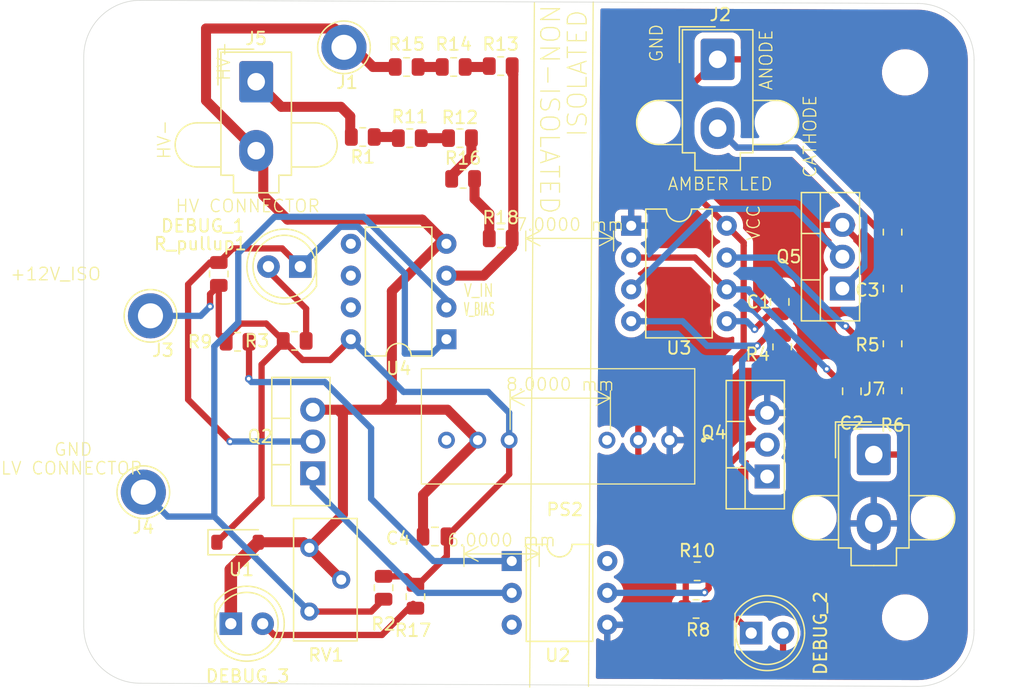
<source format=kicad_pcb>
(kicad_pcb (version 20241229) (generator "pcbnew") (generator_version "9.0")
  (layers (0 "F.Cu" signal) (2 "B.Cu" signal) (13 "F.Paste" user) (15 "B.Paste" user) (5 "F.SilkS" user "F.Silkscreen") (7 "B.SilkS" user "B.Silkscreen") (1 "F.Mask" user) (3 "B.Mask" user) (25 "Edge.Cuts" user))
  (net 0 "")
  (net 1 "12V_UNISO")
  (net 2 "HighVoltage-")
  (net 3 "Net-(DEBUG_1-K)")
  (net 4 "Net-(DEBUG_1-A)")
  (net 5 "Net-(DEBUG_2-K)")
  (net 6 "Net-(DEBUG_2-A)")
  (net 7 "Net-(DEBUG_3-A)")
  (net 8 "GND_ISO")
  (net 9 "12V_ISO")
  (net 12 "Net-(Q2-D)")
  (net 13 "V_BIAS")
  (net 14 "Net-(U3-THR)")
  (net 15 "Net-(U3-DIS)")
  (net 16 "Net-(Q5-G)")
  (net 17 "Net-(Q4-D)")
  (net 18 "Net-(U3-CV)")
  (net 19 "V_IN")
  (net 20 "Net-(J2-Pin_2)")
  (net 21 "Net-(R1-Pad2)")
  (net 22 "HighVoltage+")
  (net 23 "Net-(R9-Pad2)")
  (net 24 "Net-(R11-Pad1)")
  (net 25 "Net-(R13-Pad2)")
  (net 26 "Net-(R14-Pad1)")
  (net 29 "Net-(R12-Pad2)")
  (net 30 "Net-(R16-Pad2)")
  (footprint "TestPoint:TestPoint_Loop_D3.80mm_Drill2.0mm" (layer "F.Cu") (at 26.07 47.18)
    (property "Reference" "J3" (at 1 2.75 0) (layer "F.SilkS"))
    (property "Value" "12V TEST")
    (pad "1" thru_hole circle (at 0 0) (size 3.6 3.6) (drill 2) (layers "*.Cu" "*.Mask") (net 1 "12V_UNISO"))
  )
  (footprint "Resistor_SMD:R_0805_2012Metric" (layer "F.Cu") (at 85.25 40.5 -90)
    (property "Reference" "R7" (hide yes))
    (property "Value" "10k")
    (pad "1" smd roundrect (at -0.9125 0 270) (size 1.025 1.4) (layers "F.Cu" "F.Mask" "F.Paste") (roundrect_rratio 0.243902) (net 9 "12V_ISO"))
    (pad "2" smd roundrect (at 0.9125 0 270) (size 1.025 1.4) (layers "F.Cu" "F.Mask" "F.Paste") (roundrect_rratio 0.243902) (net 20 "Net-(J2-Pin_2)"))
  )
  (footprint "LED_THT:LED_D5.0mm" (layer "F.Cu") (at 38.02 43.25 180)
    (property "Reference" "DEBUG_1" (at 7.77 3.25 180) (layer "F.SilkS"))
    (property "Value" "LED")
    (pad "1" thru_hole rect (at 0 0 180) (size 1.8 1.8) (drill 0.9) (layers "*.Cu" "*.Mask") (net 3 "Net-(DEBUG_1-K)"))
    (pad "2" thru_hole circle (at 2.54 0 180) (size 1.8 1.8) (drill 0.9) (layers "*.Cu" "*.Mask") (net 4 "Net-(DEBUG_1-A)"))
  )
  (footprint "Package_TO_SOT_THT:TO-220-3_Vertical" (layer "F.Cu") (at 39.016847 59.75 90)
    (property "Reference" "Q2" (at 2.939152 -4.196847 180) (layer "F.SilkS"))
    (property "Value" "NMOS")
    (pad "1" thru_hole rect (at 0 0 90) (size 1.905 2) (drill 1.1) (layers "*.Cu" "*.Mask") (net 12 "Net-(Q2-D)"))
    (pad "2" thru_hole oval (at 2.54 0 90) (size 1.905 2) (drill 1.1) (layers "*.Cu" "*.Mask") (net 3 "Net-(DEBUG_1-K)"))
    (pad "3" thru_hole oval (at 5.08 0 90) (size 1.905 2) (drill 1.1) (layers "*.Cu" "*.Mask") (net 2 "HighVoltage-"))
  )
  (footprint "MountingHole:MountingHole_3.2mm_M3" (layer "F.Cu") (at 86.25 27.75)
    (property "Reference" "H2" (hide yes))
    (property "Value" "MountingHole" (hide yes))
    (pad "" np_thru_hole circle (at 0 0) (size 3.2 3.2) (drill 3.2) (layers "*.Cu" "*.Mask"))
  )
  (footprint "Resistor_SMD:R_0805_2012Metric" (layer "F.Cu") (at 54 41)
    (property "Reference" "R18" (at 0 -1.65 0) (layer "F.SilkS"))
    (property "Value" "540k")
    (pad "1" smd roundrect (at -0.9125 0) (size 1.025 1.4) (layers "F.Cu" "F.Mask" "F.Paste") (roundrect_rratio 0.243902) (net 30 "Net-(R16-Pad2)"))
    (pad "2" smd roundrect (at 0.9125 0) (size 1.025 1.4) (layers "F.Cu" "F.Mask" "F.Paste") (roundrect_rratio 0.243902) (net 19 "V_IN"))
  )
  (footprint "Resistor_SMD:R_0805_2012Metric" (layer "F.Cu") (at 44.66 68.8825 -90)
    (property "Reference" "R2" (at 2.8975 0 180) (layer "F.SilkS"))
    (property "Value" "11k")
    (pad "1" smd roundrect (at -0.9125 0 270) (size 1.025 1.4) (layers "F.Cu" "F.Mask" "F.Paste") (roundrect_rratio 0.243902) (net 1 "12V_UNISO"))
    (pad "2" smd roundrect (at 0.9125 0 270) (size 1.025 1.4) (layers "F.Cu" "F.Mask" "F.Paste") (roundrect_rratio 0.243902) (net 13 "V_BIAS"))
  )
  (footprint "Resistor_SMD:R_0805_2012Metric" (layer "F.Cu") (at 50.75 33)
    (property "Reference" "R12" (at 0 -1.65 0) (layer "F.SilkS"))
    (property "Value" "540k")
    (pad "1" smd roundrect (at -0.9125 0) (size 1.025 1.4) (layers "F.Cu" "F.Mask" "F.Paste") (roundrect_rratio 0.243902) (net 24 "Net-(R11-Pad1)"))
    (pad "2" smd roundrect (at 0.9125 0) (size 1.025 1.4) (layers "F.Cu" "F.Mask" "F.Paste") (roundrect_rratio 0.243902) (net 29 "Net-(R12-Pad2)"))
  )
  (footprint "Resistor_SMD:R_0805_2012Metric" (layer "F.Cu") (at 69.581847 70.57)
    (property "Reference" "R8" (at 0.168153 1.68 0) (layer "F.SilkS"))
    (property "Value" "20k")
    (pad "1" smd roundrect (at -0.9125 0) (size 1.025 1.4) (layers "F.Cu" "F.Mask" "F.Paste") (roundrect_rratio 0.243902) (net 9 "12V_ISO"))
    (pad "2" smd roundrect (at 0.9125 0) (size 1.025 1.4) (layers "F.Cu" "F.Mask" "F.Paste") (roundrect_rratio 0.243902) (net 6 "Net-(DEBUG_2-A)"))
  )
  (footprint "Resistor_SMD:R_0805_2012Metric" (layer "F.Cu") (at 54 27.25 180)
    (property "Reference" "R13" (at 0 1.75 0) (layer "F.SilkS"))
    (property "Value" "20k")
    (pad "1" smd roundrect (at -0.9125 0 180) (size 1.025 1.4) (layers "F.Cu" "F.Mask" "F.Paste") (roundrect_rratio 0.243902) (net 19 "V_IN"))
    (pad "2" smd roundrect (at 0.9125 0 180) (size 1.025 1.4) (layers "F.Cu" "F.Mask" "F.Paste") (roundrect_rratio 0.243902) (net 25 "Net-(R13-Pad2)"))
  )
  (footprint "Package_DIP:DIP-8_W7.62mm" (layer "F.Cu") (at 49.67 49.05 180)
    (property "Reference" "U4" (at 3.81 -2.33 180) (layer "F.SilkS"))
    (property "Value" "LM393N/NOPB")
    (pad "1" thru_hole rect (at 0 0 180) (size 1.6 1.6) (drill 0.8) (layers "*.Cu" "*.Mask") (net 3 "Net-(DEBUG_1-K)"))
    (pad "2" thru_hole oval (at 0 2.54 180) (size 1.6 1.6) (drill 0.8) (layers "*.Cu" "*.Mask") (net 13 "V_BIAS"))
    (pad "3" thru_hole oval (at 0 5.08 180) (size 1.6 1.6) (drill 0.8) (layers "*.Cu" "*.Mask") (net 19 "V_IN"))
    (pad "4" thru_hole oval (at 0 7.62 180) (size 1.6 1.6) (drill 0.8) (layers "*.Cu" "*.Mask") (net 2 "HighVoltage-"))
    (pad "5" thru_hole oval (at 7.62 7.62 180) (size 1.6 1.6) (drill 0.8) (layers "*.Cu" "*.Mask"))
    (pad "6" thru_hole oval (at 7.62 5.08 180) (size 1.6 1.6) (drill 0.8) (layers "*.Cu" "*.Mask"))
    (pad "7" thru_hole oval (at 7.62 2.54 180) (size 1.6 1.6) (drill 0.8) (layers "*.Cu" "*.Mask"))
    (pad "8" thru_hole oval (at 7.62 0 180) (size 1.6 1.6) (drill 0.8) (layers "*.Cu" "*.Mask") (net 1 "12V_UNISO"))
  )
  (footprint "LED_THT:LED_D5.0mm" (layer "F.Cu") (at 32.476847 71.75)
    (property "Reference" "DEBUG_3" (at 1.343153 4.18 0) (layer "F.SilkS"))
    (property "Value" "LED")
    (pad "1" thru_hole rect (at 0 0) (size 1.8 1.8) (drill 0.9) (layers "*.Cu" "*.Mask") (net 2 "HighVoltage-"))
    (pad "2" thru_hole circle (at 2.54 0) (size 1.8 1.8) (drill 0.9) (layers "*.Cu" "*.Mask") (net 7 "Net-(DEBUG_3-A)"))
  )
  (footprint "Resistor_SMD:R_0805_2012Metric" (layer "F.Cu") (at 43 32.9075)
    (property "Reference" "R1" (at 0 1.5925 0) (layer "F.SilkS"))
    (property "Value" "540k")
    (pad "1" smd roundrect (at -0.9125 0) (size 1.025 1.4) (layers "F.Cu" "F.Mask" "F.Paste") (roundrect_rratio 0.243902) (net 22 "HighVoltage+"))
    (pad "2" smd roundrect (at 0.9125 0) (size 1.025 1.4) (layers "F.Cu" "F.Mask" "F.Paste") (roundrect_rratio 0.243902) (net 21 "Net-(R1-Pad2)"))
  )
  (footprint "Package_DIP:DIP-6_W7.62mm" (layer "F.Cu") (at 54.88 66.75)
    (property "Reference" "U2" (at 3.673153 7.53 0) (layer "F.SilkS"))
    (property "Value" "4N35" (hide yes))
    (pad "1" thru_hole rect (at 0 0) (size 1.6 1.6) (drill 0.8) (layers "*.Cu" "*.Mask") (net 23 "Net-(R9-Pad2)"))
    (pad "2" thru_hole oval (at 0 2.54) (size 1.6 1.6) (drill 0.8) (layers "*.Cu" "*.Mask") (net 12 "Net-(Q2-D)"))
    (pad "3" thru_hole oval (at 0 5.08) (size 1.6 1.6) (drill 0.8) (layers "*.Cu" "*.Mask"))
    (pad "4" thru_hole oval (at 7.62 5.08) (size 1.6 1.6) (drill 0.8) (layers "*.Cu" "*.Mask") (net 8 "GND_ISO"))
    (pad "5" thru_hole oval (at 7.62 2.54) (size 1.6 1.6) (drill 0.8) (layers "*.Cu" "*.Mask") (net 5 "Net-(DEBUG_2-K)"))
    (pad "6" thru_hole oval (at 7.62 0) (size 1.6 1.6) (drill 0.8) (layers "*.Cu" "*.Mask"))
  )
  (footprint "LED_THT:LED_D5.0mm" (layer "F.Cu") (at 73.975 72.5)
    (property "Reference" "DEBUG_2" (at 5.525 0 270) (layer "F.SilkS"))
    (property "Value" "LED")
    (pad "1" thru_hole rect (at 0 0) (size 1.8 1.8) (drill 0.9) (layers "*.Cu" "*.Mask") (net 5 "Net-(DEBUG_2-K)"))
    (pad "2" thru_hole circle (at 2.54 0) (size 1.8 1.8) (drill 0.9) (layers "*.Cu" "*.Mask") (net 6 "Net-(DEBUG_2-A)"))
  )
  (footprint "Capacitor_SMD:C_0805_2012Metric" (layer "F.Cu") (at 82 53.2 -90)
    (property "Reference" "C2" (at 2.55 0 180) (layer "F.SilkS"))
    (property "Value" "1uF")
    (pad "1" smd roundrect (at -0.95 0 270) (size 1 1.45) (layers "F.Cu" "F.Mask" "F.Paste") (net 14 "Net-(U3-THR)"))
    (pad "2" smd roundrect (at 0.95 0 270) (size 1 1.45) (layers "F.Cu" "F.Mask" "F.Paste") (net 8 "GND_ISO"))
  )
  (footprint "Resistor_SMD:R_0805_2012Metric" (layer "F.Cu") (at 85.25 49.4125 -90)
    (property "Reference" "R5" (at 0.0875 2 0) (layer "F.SilkS"))
    (property "Value" "22k")
    (pad "1" smd roundrect (at -0.9125 0 270) (size 1.025 1.4) (layers "F.Cu" "F.Mask" "F.Paste") (roundrect_rratio 0.243902) (net 9 "12V_ISO"))
    (pad "2" smd roundrect (at 0.9125 0 270) (size 1.025 1.4) (layers "F.Cu" "F.Mask" "F.Paste") (roundrect_rratio 0.243902) (net 15 "Net-(U3-DIS)"))
  )
  (footprint "TestPoint:TestPoint_Loop_D3.80mm_Drill2.0mm" (layer "F.Cu") (at 41.5 25.75)
    (property "Reference" "J1" (at 0.25 2.8 0) (layer "F.SilkS"))
    (property "Value" "V_BIAS TEST")
    (pad "1" thru_hole circle (at 0 0) (size 3.6 3.6) (drill 2) (layers "*.Cu" "*.Mask") (net 2 "HighVoltage-"))
  )
  (footprint "MountingHole:MountingHole_3.2mm_M3" (layer "F.Cu") (at 26.25 71.75)
    (property "Reference" "H4" (hide yes))
    (property "Value" "MountingHole" (hide yes))
    (pad "" np_thru_hole circle (at 0 0) (size 3.2 3.2) (drill 3.2) (layers "*.Cu" "*.Mask"))
  )
  (footprint "Connector_Molex:Molex_Mini-Fit_Jr_5566-02A2_2x01_P4.20mm_Vertical" (layer "F.Cu") (at 83.75 58.25)
    (property "Reference" "J7" (at 0 -5.21 0) (layer "F.SilkS"))
    (property "Value" "Conn_01x02")
    (pad "" np_thru_hole circle (at -4.7 5.04) (size 3 3) (drill 3) (layers "*.Cu" "*.Mask"))
    (pad "" np_thru_hole circle (at 4.7 5.04) (size 3 3) (drill 3) (layers "*.Cu" "*.Mask"))
    (pad "1" thru_hole roundrect (at 0 0) (size 2.7 3.3) (drill 1.4) (layers "*.Cu" "*.Mask") (roundrect_rratio 0.092593) (net 9 "12V_ISO"))
    (pad "2" thru_hole oval (at 0 5.5) (size 2.7 3.3) (drill 1.4) (layers "*.Cu" "*.Mask") (net 8 "GND_ISO"))
  )
  (footprint "Resistor_SMD:R_0805_2012Metric" (layer "F.Cu") (at 51 36.25)
    (property "Reference" "R16" (at 0 -1.65 0) (layer "F.SilkS"))
    (property "Value" "540k")
    (pad "1" smd roundrect (at -0.9125 0) (size 1.025 1.4) (layers "F.Cu" "F.Mask" "F.Paste") (roundrect_rratio 0.243902) (net 29 "Net-(R12-Pad2)"))
    (pad "2" smd roundrect (at 0.9125 0) (size 1.025 1.4) (layers "F.Cu" "F.Mask" "F.Paste") (roundrect_rratio 0.243902) (net 30 "Net-(R16-Pad2)"))
  )
  (footprint "MountingHole:MountingHole_3.2mm_M3" (layer "F.Cu") (at 26.25 27.5)
    (property "Reference" "H1" (hide yes))
    (property "Value" "MountingHole" (hide yes))
    (pad "" np_thru_hole circle (at 0 0) (size 3.2 3.2) (drill 3.2) (layers "*.Cu" "*.Mask"))
  )
  (footprint "Resistor_SMD:R_0805_2012Metric" (layer "F.Cu") (at 76.446847 49.6575 90)
    (property "Reference" "R4" (at -0.5925 -1.946847 180) (layer "F.SilkS"))
    (property "Value" "22k")
    (pad "1" smd roundrect (at -0.9125 0 90) (size 1.025 1.4) (layers "F.Cu" "F.Mask" "F.Paste") (roundrect_rratio 0.243902) (net 9 "12V_ISO"))
    (pad "2" smd roundrect (at 0.9125 0 90) (size 1.025 1.4) (layers "F.Cu" "F.Mask" "F.Paste") (roundrect_rratio 0.243902) (net 17 "Net-(Q4-D)"))
  )
  (footprint "Resistor_SMD:R_0805_2012Metric" (layer "F.Cu") (at 46.5 27.32 180)
    (property "Reference" "R15" (at 0 1.82 0) (layer "F.SilkS"))
    (property "Value" "20k")
    (pad "1" smd roundrect (at -0.9125 0 180) (size 1.025 1.4) (layers "F.Cu" "F.Mask" "F.Paste") (roundrect_rratio 0.243902) (net 26 "Net-(R14-Pad1)"))
    (pad "2" smd roundrect (at 0.9125 0 180) (size 1.025 1.4) (layers "F.Cu" "F.Mask" "F.Paste") (roundrect_rratio 0.243902) (net 2 "HighVoltage-"))
  )
  (footprint "Capacitor_SMD:C_0805_2012Metric" (layer "F.Cu") (at 76.25 46.07 90)
    (property "Reference" "C1" (at 0 -1.68 180) (layer "F.SilkS"))
    (property "Value" "100nF" (hide yes))
    (pad "1" smd roundrect (at -0.95 0 90) (size 1 1.45) (layers "F.Cu" "F.Mask" "F.Paste") (net 18 "Net-(U3-CV)"))
    (pad "2" smd roundrect (at 0.95 0 90) (size 1 1.45) (layers "F.Cu" "F.Mask" "F.Paste") (net 8 "GND_ISO"))
  )
  (footprint "Resistor_SMD:R_0805_2012Metric" (layer "F.Cu") (at 31.516847 43.8375 90)
    (property "Reference" "R_pullup1" (at 2.4075 -1.468694 180) (layer "F.SilkS"))
    (property "Value" "15k")
    (pad "1" smd roundrect (at -0.9125 0 90) (size 1.025 1.4) (layers "F.Cu" "F.Mask" "F.Paste") (roundrect_rratio 0.243902) (net 1 "12V_UNISO"))
    (pad "2" smd roundrect (at 0.9125 0 90) (size 1.025 1.4) (layers "F.Cu" "F.Mask" "F.Paste") (roundrect_rratio 0.243902) (net 3 "Net-(DEBUG_1-K)"))
  )
  (footprint "Potentiometer_THT:Potentiometer_Bourns_3296Y_Vertical" (layer "F.Cu") (at 38.741847 65.7 90)
    (property "Reference" "RV1" (at -8.55 1.328153 180) (layer "F.SilkS"))
    (property "Value" "1k default (1-5k)")
    (pad "1" thru_hole circle (at 0 0 90) (size 1.44 1.44) (drill 0.8) (layers "*.Cu" "*.Mask") (net 2 "HighVoltage-"))
    (pad "2" thru_hole circle (at -2.54 2.54 90) (size 1.44 1.44) (drill 0.8) (layers "*.Cu" "*.Mask") (net 2 "HighVoltage-"))
    (pad "3" thru_hole circle (at -5.08 0 90) (size 1.44 1.44) (drill 0.8) (layers "*.Cu" "*.Mask") (net 13 "V_BIAS"))
  )
  (footprint "Capacitor_SMD:C_0805_2012Metric" (layer "F.Cu") (at 48.756847 64.79)
    (property "Reference" "C4" (at -2.936847 0.14 0) (layer "F.SilkS"))
    (property "Value" "100nF")
    (pad "1" smd roundrect (at -0.95 0) (size 1 1.45) (layers "F.Cu" "F.Mask" "F.Paste") (net 2 "HighVoltage-"))
    (pad "2" smd roundrect (at 0.95 0) (size 1 1.45) (layers "F.Cu" "F.Mask" "F.Paste") (net 1 "12V_UNISO"))
  )
  (footprint "Resistor_SMD:R_0805_2012Metric" (layer "F.Cu") (at 85.25 53.1625 90)
    (property "Reference" "R6" (at -2.75 0 180) (layer "F.SilkS"))
    (property "Value" "220k")
    (pad "1" smd roundrect (at -0.9125 0 90) (size 1.025 1.4) (layers "F.Cu" "F.Mask" "F.Paste") (roundrect_rratio 0.243902) (net 15 "Net-(U3-DIS)"))
    (pad "2" smd roundrect (at 0.9125 0 90) (size 1.025 1.4) (layers "F.Cu" "F.Mask" "F.Paste") (roundrect_rratio 0.243902) (net 14 "Net-(U3-THR)"))
  )
  (footprint "Resistor_SMD:R_0805_2012Metric" (layer "F.Cu") (at 46.75 33 180)
    (property "Reference" "R11" (at 0 1.7125 0) (layer "F.SilkS"))
    (property "Value" "540k")
    (pad "1" smd roundrect (at -0.9125 0 180) (size 1.025 1.4) (layers "F.Cu" "F.Mask" "F.Paste") (roundrect_rratio 0.243902) (net 24 "Net-(R11-Pad1)"))
    (pad "2" smd roundrect (at 0.9125 0 180) (size 1.025 1.4) (layers "F.Cu" "F.Mask" "F.Paste") (roundrect_rratio 0.243902) (net 21 "Net-(R1-Pad2)"))
  )
  (footprint "Connector_Molex:Molex_Mini-Fit_Jr_5566-02A2_2x01_P4.20mm_Vertical" (layer "F.Cu") (at 71.3 26.71)
    (property "Reference" "J2" (at 0.213153 -3.57 0) (layer "F.SilkS"))
    (property "Value" "Conn_01x02")
    (pad "" np_thru_hole circle (at -4.7 5.04) (size 3 3) (drill 3) (layers "*.Cu" "*.Mask"))
    (pad "" np_thru_hole circle (at 4.7 5.04) (size 3 3) (drill 3) (layers "*.Cu" "*.Mask"))
    (pad "1" thru_hole roundrect (at 0 0) (size 2.7 3.3) (drill 1.4) (layers "*.Cu" "*.Mask") (roundrect_rratio 0.092593) (net 9 "12V_ISO"))
    (pad "2" thru_hole oval (at 0 5.5) (size 2.7 3.3) (drill 1.4) (layers "*.Cu" "*.Mask") (net 20 "Net-(J2-Pin_2)"))
  )
  (footprint "Package_TO_SOT_THT:TO-220-3_Vertical" (layer "F.Cu") (at 75.25 60 90)
    (property "Reference" "Q4" (at 3.5 -4.25 180) (layer "F.SilkS"))
    (property "Value" "NMOS")
    (pad "1" thru_hole rect (at 0 0 90) (size 1.905 2) (drill 1.1) (layers "*.Cu" "*.Mask") (net 17 "Net-(Q4-D)"))
    (pad "2" thru_hole oval (at 2.54 0 90) (size 1.905 2) (drill 1.1) (layers "*.Cu" "*.Mask") (net 5 "Net-(DEBUG_2-K)"))
    (pad "3" thru_hole oval (at 5.08 0 90) (size 1.905 2) (drill 1.1) (layers "*.Cu" "*.Mask") (net 8 "GND_ISO"))
  )
  (footprint "Diode_SMD:D_SOD-123" (layer "F.Cu") (at 33.016847 65.25)
    (property "Reference" "U1" (at 0.303153 2.18 0) (layer "F.SilkS"))
    (property "Value" "MMSZ5245BT1G" (hide yes))
    (pad "1" smd roundrect (at -1.65 0) (size 0.9 1.2) (layers "F.Cu" "F.Mask" "F.Paste") (net 1 "12V_UNISO"))
    (pad "2" smd roundrect (at 1.65 0) (size 0.9 1.2) (layers "F.Cu" "F.Mask" "F.Paste") (net 2 "HighVoltage-"))
  )
  (footprint "Package_DIP:DIP-8_W7.62mm" (layer "F.Cu") (at 64.406847 39.99)
    (property "Reference" "U3" (at 3.81 9.76 0) (layer "F.SilkS"))
    (property "Value" "LM555xN")
    (pad "1" thru_hole rect (at 0 0) (size 1.6 1.6) (drill 0.8) (layers "*.Cu" "*.Mask") (net 8 "GND_ISO"))
    (pad "2" thru_hole oval (at 0 2.54) (size 1.6 1.6) (drill 0.8) (layers "*.Cu" "*.Mask") (net 14 "Net-(U3-THR)"))
    (pad "3" thru_hole oval (at 0 5.08) (size 1.6 1.6) (drill 0.8) (layers "*.Cu" "*.Mask") (net 16 "Net-(Q5-G)"))
    (pad "4" thru_hole oval (at 0 7.62) (size 1.6 1.6) (drill 0.8) (layers "*.Cu" "*.Mask") (net 17 "Net-(Q4-D)"))
    (pad "5" thru_hole oval (at 7.62 7.62) (size 1.6 1.6) (drill 0.8) (layers "*.Cu" "*.Mask") (net 18 "Net-(U3-CV)"))
    (pad "6" thru_hole oval (at 7.62 5.08) (size 1.6 1.6) (drill 0.8) (layers "*.Cu" "*.Mask") (net 14 "Net-(U3-THR)"))
    (pad "7" thru_hole oval (at 7.62 2.54) (size 1.6 1.6) (drill 0.8) (layers "*.Cu" "*.Mask") (net 15 "Net-(U3-DIS)"))
    (pad "8" thru_hole oval (at 7.62 0) (size 1.6 1.6) (drill 0.8) (layers "*.Cu" "*.Mask") (net 9 "12V_ISO"))
  )
  (footprint "TestPoint:TestPoint_Loop_D3.80mm_Drill2.0mm" (layer "F.Cu") (at 25.5 61.25)
    (property "Reference" "J4" (at 0 2.8 0) (layer "F.SilkS"))
    (property "Value" "V_IN TEST")
    (pad "1" thru_hole circle (at 0 0) (size 3.6 3.6) (drill 2) (layers "*.Cu" "*.Mask") (net 13 "V_BIAS"))
  )
  (footprint "Resistor_SMD:R_0805_2012Metric" (layer "F.Cu") (at 50.25 27.32)
    (property "Reference" "R14" (at 0 -1.82 0) (layer "F.SilkS"))
    (property "Value" "20k")
    (pad "1" smd roundrect (at -0.9125 0) (size 1.025 1.4) (layers "F.Cu" "F.Mask" "F.Paste") (roundrect_rratio 0.243902) (net 26 "Net-(R14-Pad1)"))
    (pad "2" smd roundrect (at 0.9125 0) (size 1.025 1.4) (layers "F.Cu" "F.Mask" "F.Paste") (roundrect_rratio 0.243902) (net 25 "Net-(R13-Pad2)"))
  )
  (footprint "Resistor_SMD:R_0805_2012Metric" (layer "F.Cu") (at 69.669347 67.57)
    (property "Reference" "R10" (at 0 -1.65 0) (layer "F.SilkS"))
    (property "Value" "20k" (hide yes))
    (pad "1" smd roundrect (at -0.9125 0) (size 1.025 1.4) (layers "F.Cu" "F.Mask" "F.Paste") (roundrect_rratio 0.243902) (net 9 "12V_ISO"))
    (pad "2" smd roundrect (at 0.9125 0) (size 1.025 1.4) (layers "F.Cu" "F.Mask" "F.Paste") (roundrect_rratio 0.243902) (net 5 "Net-(DEBUG_2-K)"))
  )
  (footprint "MountingHole:MountingHole_3.2mm_M3" (layer "F.Cu") (at 86.25 71.25)
    (property "Reference" "H3" (hide yes))
    (property "Value" "MountingHole" (hide yes))
    (pad "" np_thru_hole circle (at 0 0) (size 3.2 3.2) (drill 3.2) (layers "*.Cu" "*.Mask"))
  )
  (footprint "Package_TO_SOT_THT:TO-220-3_Vertical" (layer "F.Cu") (at 81.25 45 90)
    (property "Reference" "Q5" (at 2.54 -4.27 180) (layer "F.SilkS"))
    (property "Value" "NMOS")
    (pad "1" thru_hole rect (at 0 0 90) (size 1.905 2) (drill 1.1) (layers "*.Cu" "*.Mask") (net 20 "Net-(J2-Pin_2)"))
    (pad "2" thru_hole oval (at 2.54 0 90) (size 1.905 2) (drill 1.1) (layers "*.Cu" "*.Mask") (net 16 "Net-(Q5-G)"))
    (pad "3" thru_hole oval (at 5.08 0 90) (size 1.905 2) (drill 1.1) (layers "*.Cu" "*.Mask") (net 8 "GND_ISO"))
  )
  (footprint "Resistor_SMD:R_0805_2012Metric" (layer "F.Cu") (at 37.57 49.18)
    (property "Reference" "R3" (at -3 0 0) (layer "F.SilkS"))
    (property "Value" "20k")
    (pad "1" smd roundrect (at -0.9125 0) (size 1.025 1.4) (layers "F.Cu" "F.Mask" "F.Paste") (roundrect_rratio 0.243902) (net 1 "12V_UNISO"))
    (pad "2" smd roundrect (at 0.9125 0) (size 1.025 1.4) (layers "F.Cu" "F.Mask" "F.Paste") (roundrect_rratio 0.243902) (net 4 "Net-(DEBUG_1-A)"))
  )
  (footprint "Resistor_SMD:R_0805_2012Metric" (layer "F.Cu") (at 33.016847 49.25)
    (property "Reference" "R9" (at -3 0 0) (layer "F.SilkS"))
    (property "Value" "10k")
    (pad "1" smd roundrect (at -0.9125 0) (size 1.025 1.4) (layers "F.Cu" "F.Mask" "F.Paste") (roundrect_rratio 0.243902) (net 1 "12V_UNISO"))
    (pad "2" smd roundrect (at 0.9125 0) (size 1.025 1.4) (layers "F.Cu" "F.Mask" "F.Paste") (roundrect_rratio 0.243902) (net 23 "Net-(R9-Pad2)"))
  )
  (footprint "SPAN02A12:SPAN02A12" (layer "F.Cu") (at 67.475 57.1 180)
    (property "Reference" "PS2" (at 8.361847 -5.54 0) (layer "F.SilkS"))
    (property "Value" "SPAN02A-12")
    (pad "1" thru_hole circle (at 0 0 180) (size 1.337 1.337) (drill 0.78) (layers "*.Cu" "*.Mask") (net 8 "GND_ISO"))
    (pad "2" thru_hole circle (at 2.5 0 180) (size 1.337 1.337) (drill 0.78) (layers "*.Cu" "*.Mask") (net 9 "12V_ISO"))
    (pad "3" thru_hole circle (at 5 0 180) (size 1.337 1.337) (drill 0.78) (layers "*.Cu" "*.Mask"))
    (pad "6" thru_hole circle (at 12.8 0 180) (size 1.337 1.337) (drill 0.78) (layers "*.Cu" "*.Mask") (net 1 "12V_UNISO"))
    (pad "7" thru_hole circle (at 15.3 0 180) (size 1.337 1.337) (drill 0.78) (layers "*.Cu" "*.Mask") (net 2 "HighVoltage-"))
    (pad "8" thru_hole circle (at 17.8 0 180) (size 1.337 1.337) (drill 0.78) (layers "*.Cu" "*.Mask"))
  )
  (footprint "Connector_Molex:Molex_Mini-Fit_Jr_5566-02A2_2x01_P4.20mm_Vertical" (layer "F.Cu") (at 34.5 28.5)
    (property "Reference" "J5" (at 0 -3.45 0) (layer "F.SilkS"))
    (property "Value" "Conn_01x02")
    (pad "" np_thru_hole circle (at -4.7 5.04) (size 3 3) (drill 3) (layers "*.Cu" "*.Mask"))
    (pad "" np_thru_hole circle (at 4.7 5.04) (size 3 3) (drill 3) (layers "*.Cu" "*.Mask"))
    (pad "1" thru_hole roundrect (at 0 0) (size 2.7 3.3) (drill 1.4) (layers "*.Cu" "*.Mask") (roundrect_rratio 0.092593) (net 22 "HighVoltage+"))
    (pad "2" thru_hole oval (at 0 5.5) (size 2.7 3.3) (drill 1.4) (layers "*.Cu" "*.Mask") (net 2 "HighVoltage-"))
  )
  (footprint "Capacitor_SMD:C_0805_2012Metric" (layer "F.Cu") (at 85.25 45 90)
    (property "Reference" "C3" (at -0.13 -2.006847 180) (layer "F.SilkS"))
    (property "Value" "100nF")
    (pad "1" smd roundrect (at -0.95 0 90) (size 1 1.45) (layers "F.Cu" "F.Mask" "F.Paste") (net 9 "12V_ISO"))
    (pad "2" smd roundrect (at 0.95 0 90) (size 1 1.45) (layers "F.Cu" "F.Mask" "F.Paste") (net 8 "GND_ISO"))
  )
  (footprint "Resistor_SMD:R_0805_2012Metric" (layer "F.Cu") (at 47.2 69.5975 -90)
    (property "Reference" "R17" (at 2.68 0.196847 180) (layer "F.SilkS"))
    (property "Value" "20k")
    (pad "1" smd roundrect (at -0.9125 0 270) (size 1.025 1.4) (layers "F.Cu" "F.Mask" "F.Paste") (roundrect_rratio 0.243902) (net 1 "12V_UNISO"))
    (pad "2" smd roundrect (at 0.9125 0 270) (size 1.025 1.4) (layers "F.Cu" "F.Mask" "F.Paste") (roundrect_rratio 0.243902) (net 7 "Net-(DEBUG_3-A)"))
  )
  (gr_line (start 61 76.75) (end 61.375 22.125) (stroke (width 0.1)) (layer "F.SilkS"))
  (gr_line (start 56.3125 76.8125) (end 56.6875 22.1875) (stroke (width 0.1)) (layer "F.SilkS"))
  (gr_arc (start 20.75 26.5) (mid 22.068019 23.318019) (end 25.25 22) (stroke (width 0.05)) (layer "Edge.Cuts"))
  (gr_arc (start 25.25 76.5) (mid 22.068019 75.181981) (end 20.75 72) (stroke (width 0.05)) (layer "Edge.Cuts"))
  (gr_line (start 25.25 22) (end 87.25 22.25) (stroke (width 0.05)) (layer "Edge.Cuts"))
  (gr_line (start 91.75 72.25) (end 91.75 26.75) (stroke (width 0.05)) (layer "Edge.Cuts"))
  (gr_line (start 25.25 76.5) (end 87.25 76.75) (stroke (width 0.05)) (layer "Edge.Cuts"))
  (gr_arc (start 91.75 72.25) (mid 90.431981 75.431981) (end 87.25 76.75) (stroke (width 0.05)) (layer "Edge.Cuts"))
  (gr_line (start 20.75 72) (end 20.75 26.5) (stroke (width 0.05)) (layer "Edge.Cuts"))
  (gr_arc (start 87.25 22.25) (mid 90.431981 23.568019) (end 91.75 26.75) (stroke (width 0.05)) (layer "Edge.Cuts"))
  (gr_text "ANODE" (at 75.75 29.25 90) (layer "F.SilkS") (effects (font (size 1 1) (thickness 0.1)) (justify left bottom)))
  (gr_text "V_IN" (at 51 45.75 0) (layer "F.SilkS") (effects (font (size 1 0.75) (thickness 0.1)) (justify left bottom)))
  (gr_text "HV+" (at 32.5 28.5 90) (layer "F.SilkS") (effects (font (size 1 1) (thickness 0.1)) (justify left bottom)))
  (gr_text "NON-ISOLATED" (at 57 22.25 270) (layer "F.SilkS") (effects (font (size 1.5 1.5) (thickness 0.1)) (justify left bottom)))
  (gr_text "LV CONNECTOR" (at 14.07 59.93 0) (layer "F.SilkS") (effects (font (size 1 1) (thickness 0.1)) (justify left bottom)))
  (gr_text "CATHODE" (at 79.25 36.25 90) (layer "F.SilkS") (effects (font (size 1 1) (thickness 0.1)) (justify left bottom)))
  (gr_text "VCC" (at 74.75 41.25 90) (layer "F.SilkS") (effects (font (size 1 1) (thickness 0.1)) (justify left bottom)))
  (gr_text "GND" (at 18.32 58.43 0) (layer "F.SilkS") (effects (font (size 1 1) (thickness 0.1)) (justify left bottom)))
  (gr_text "+12V_ISO" (at 14.82 44.43 0) (layer "F.SilkS") (effects (font (size 1 1) (thickness 0.1)) (justify left bottom)))
  (gr_text "HV CONNECTOR" (at 28 39 0) (layer "F.SilkS") (effects (font (size 1 1) (thickness 0.1)) (justify left bottom)))
  (gr_text "V_BIAS" (at 51 47.25 0) (layer "F.SilkS") (effects (font (size 1 0.5) (thickness 0.1)) (justify left bottom)))
  (gr_text "ISOLATED" (at 61 33 90) (layer "F.SilkS") (effects (font (size 1.5 1.5) (thickness 0.1)) (justify left bottom)))
  (gr_text "AMBER LED" (at 67.25 37.25 0) (layer "F.SilkS") (effects (font (size 1 1) (thickness 0.1)) (justify left bottom)))
  (gr_text "HV-" (at 27.75 34.75 90) (layer "F.SilkS") (effects (font (size 1 1) (thickness 0.1)) (justify left bottom)))
  (gr_text "GND" (at 67 27 90) (layer "F.SilkS") (effects (font (size 1 1) (thickness 0.1)) (justify left bottom)))
  (dimension (type aligned) (layer "F.SilkS") (pts (xy 62.75 56.749999) (xy 54.75 56.749999)) (height 2.999999) (format (prefix "") (suffix "") (units 3) (units_format 1) (precision 4)) (style (thickness 0.1) (arrow_length 1.27) (text_position_mode 0) (arrow_direction outward) (extension_height 0.58642) (extension_offset 0.5) (keep_text_aligned yes)) (gr_text "8.0000 mm" (at 58.75 52.65 0) (layer "F.SilkS") (effects (font (size 1 1) (thickness 0.1)))))
  (dimension (type aligned) (layer "F.SilkS") (pts (xy 51.07 67.68) (xy 57.07 67.68)) (height -1.5) (format (prefix "") (suffix "") (units 3) (units_format 1) (precision 4)) (style (thickness 0.1) (arrow_length 1.27) (text_position_mode 0) (arrow_direction outward) (extension_height 0.58642) (extension_offset 0.5) (keep_text_aligned yes)) (gr_text "6.0000 mm" (at 54.07 65.08 0) (layer "F.SilkS") (effects (font (size 1 1) (thickness 0.1)))))
  (dimension (type aligned) (layer "F.SilkS") (pts (xy 63 42.5) (xy 56 42.5)) (height 1.5) (format (prefix "") (suffix "") (units 3) (units_format 1) (precision 4)) (style (thickness 0.1) (arrow_length 1.27) (text_position_mode 0) (arrow_direction outward) (extension_height 0.58642) (extension_offset 0.5) (keep_text_aligned yes)) (gr_text "7.0000 mm" (at 59.5 39.9 0) (layer "F.SilkS") (effects (font (size 1 1) (thickness 0.1)))))
  (segment (start 31.516847 48.6625) (end 32.104347 49.25) (width 0.5) (layer "F.Cu") (net 1))
  (segment (start 46.708205 68.3375) (end 47.016847 68.3375) (width 0.5) (layer "F.Cu") (net 1))
  (segment (start 46.485 67.97) (end 47.2 68.685) (width 0.5) (layer "F.Cu") (net 1))
  (segment (start 35.3 47.8) (end 38.2 50.7) (width 0.5) (layer "F.Cu") (net 1))
  (segment (start 54.675 59.821847) (end 54.675 57.1) (width 0.5) (layer "F.Cu") (net 1))
  (segment (start 49.706847 66.3475) (end 49.706847 64.79) (width 0.5) (layer "F.Cu") (net 1))
  (segment (start 38.2 50.7) (end 40.4 50.7) (width 0.5) (layer "F.Cu") (net 1))
  (segment (start 33.245705 47.8) (end 35.3 47.8) (width 0.5) (layer "F.Cu") (net 1))
  (segment (start 31.366847 65.25) (end 34.929347 61.6875) (width 0.5) (layer "F.Cu") (net 1))
  (segment (start 34.929347 61.6875) (end 34.929347 51.070653) (width 0.5) (layer "F.Cu") (net 1))
  (segment (start 31.516847 44.75) (end 31.516847 48.6625) (width 0.5) (layer "F.Cu") (net 1))
  (segment (start 40.4 50.7) (end 42.05 49.05) (width 0.5) (layer "F.Cu") (net 1))
  (segment (start 30.82 45.446847) (end 31.516847 44.75) (width 0.5) (layer "F.Cu") (net 1))
  (segment (start 49.706847 64.79) (end 54.675 59.821847) (width 0.5) (layer "F.Cu") (net 1))
  (segment (start 32.104347 48.941358) (end 33.245705 47.8) (width 0.5) (layer "F.Cu") (net 1))
  (segment (start 34.929347 51.070653) (end 36.75 49.25) (width 0.5) (layer "F.Cu") (net 1))
  (segment (start 47.716847 68.3375) (end 49.706847 66.3475) (width 0.5) (layer "F.Cu") (net 1))
  (segment (start 32.104347 49.25) (end 32.104347 48.941358) (width 0.5) (layer "F.Cu") (net 1))
  (segment (start 47.016847 68.3375) (end 47.716847 68.3375) (width 0.5) (layer "F.Cu") (net 1))
  (segment (start 30.82 46.43) (end 30.82 45.446847) (width 0.5) (layer "F.Cu") (net 1))
  (segment (start 44.66 67.97) (end 46.485 67.97) (width 0.5) (layer "F.Cu") (net 1))
  (via (at 30.82 46.43) (size 0.6) (drill 0.3) (layers "F.Cu" "B.Cu") (net 1))
  (segment (start 30.82 46.43) (end 30.07 47.18) (width 0.5) (layer "B.Cu") (net 1))
  (segment (start 46.25 53.25) (end 42.05 49.05) (width 0.5) (layer "B.Cu") (net 1))
  (segment (start 54.675 54.925) (end 53 53.25) (width 0.5) (layer "B.Cu") (net 1))
  (segment (start 30.07 47.18) (end 26.07 47.18) (width 0.5) (layer "B.Cu") (net 1))
  (segment (start 54.675 57.1) (end 54.675 54.925) (width 0.5) (layer "B.Cu") (net 1))
  (segment (start 53 53.25) (end 46.25 53.25) (width 0.5) (layer "B.Cu") (net 1))
  (segment (start 47.74 39.5) (end 37 39.5) (width 0.8) (layer "F.Cu") (net 2))
  (segment (start 41.416847 55.07) (end 41.416847 63.025) (width 0.8) (layer "F.Cu") (net 2))
  (segment (start 45.096847 54.180401) (end 44.607248 54.67) (width 0.8) (layer "F.Cu") (net 2))
  (segment (start 30.5 24.25) (end 40.75 24.25) (width 0.8) (layer "F.Cu") (net 2))
  (segment (start 43.82 27.32) (end 45.5875 27.32) (width 0.8) (layer "F.Cu") (net 2))
  (segment (start 47.806847 61.468153) (end 47.806847 64.79) (width 0.8) (layer "F.Cu") (net 2))
  (segment (start 34.5 34) (end 30.5 30) (width 0.8) (layer "F.Cu") (net 2))
  (segment (start 52.175 57.1) (end 47.806847 61.468153) (width 0.8) (layer "F.Cu") (net 2))
  (segment (start 49.67 41.43) (end 47.74 39.5) (width 0.8) (layer "F.Cu") (net 2))
  (segment (start 35.0675 37.5675) (end 35.0675 34.1925) (width 0.8) (layer "F.Cu") (net 2))
  (segment (start 38.291847 65.25) (end 38.741847 65.7) (width 0.8) (layer "F.Cu") (net 2))
  (segment (start 49.09873 41.43) (end 45.32 45.20873) (width 0.8) (layer "F.Cu") (net 2))
  (segment (start 44.607248 54.67) (end 49.745 54.67) (width 0.8) (layer "F.Cu") (net 2))
  (segment (start 37 39.5) (end 35.0675 37.5675) (width 0.8) (layer "F.Cu") (net 2))
  (segment (start 49.67 41.43) (end 49.09873 41.43) (width 0.8) (layer "F.Cu") (net 2))
  (segment (start 41.416847 63.025) (end 38.741847 65.7) (width 0.8) (layer "F.Cu") (net 2))
  (segment (start 45.32 45.20873) (end 45.32 53.957248) (width 0.8) (layer "F.Cu") (net 2))
  (segment (start 39.016847 54.67) (end 41.016847 54.67) (width 0.8) (layer "F.Cu") (net 2))
  (segment (start 41.016847 54.67) (end 44.607248 54.67) (width 0.8) (layer "F.Cu") (net 2))
  (segment (start 34.666847 65.25) (end 32.476847 67.44) (width 1) (layer "F.Cu") (net 2))
  (segment (start 49.745 54.67) (end 52.175 57.1) (width 0.8) (layer "F.Cu") (net 2))
  (segment (start 41.281847 68.24) (end 38.741847 65.7) (width 0.8) (layer "F.Cu") (net 2))
  (segment (start 40.75 24.25) (end 43.82 27.32) (width 0.8) (layer "F.Cu") (net 2))
  (segment (start 32.476847 67.44) (end 32.476847 71.75) (width 1) (layer "F.Cu") (net 2))
  (segment (start 30.5 30) (end 30.5 24.25) (width 0.8) (layer "F.Cu") (net 2))
  (segment (start 41.016847 54.67) (end 41.416847 55.07) (width 0.8) (layer "F.Cu") (net 2))
  (segment (start 45.32 53.957248) (end 45.096847 54.180401) (width 0.8) (layer "F.Cu") (net 2))
  (segment (start 34.666847 65.25) (end 38.291847 65.25) (width 0.8) (layer "F.Cu") (net 2))
  (segment (start 29.07 44.671847) (end 30.816847 42.925) (width 0.5) (layer "F.Cu") (net 3))
  (segment (start 32.641847 41.8) (end 36.57 41.8) (width 0.5) (layer "F.Cu") (net 3))
  (segment (start 30.816847 42.925) (end 31.516847 42.925) (width 0.5) (layer "F.Cu") (net 3))
  (segment (start 36.57 41.8) (end 38.02 43.25) (width 0.5) (layer "F.Cu") (net 3))
  (segment (start 29.07 53.858153) (end 29.07 44.671847) (width 0.5) (layer "F.Cu") (net 3))
  (segment (start 32.421847 57.21) (end 29.07 53.858153) (width 0.5) (layer "F.Cu") (net 3))
  (segment (start 31.516847 42.925) (end 32.641847 41.8) (width 0.5) (layer "F.Cu") (net 3))
  (via (at 32.421847 57.21) (size 0.6) (drill 0.3) (layers "F.Cu" "B.Cu") (net 3))
  (segment (start 32.421847 57.21) (end 39.016847 57.21) (width 0.5) (layer "B.Cu") (net 3))
  (segment (start 46.353153 50.19) (end 48.53 50.19) (width 0.5) (layer "B.Cu") (net 3))
  (segment (start 42.609603 40.079) (end 46.353153 43.82255) (width 0.5) (layer "B.Cu") (net 3))
  (segment (start 48.53 50.19) (end 49.67 49.05) (width 0.5) (layer "B.Cu") (net 3))
  (segment (start 41.191 40.079) (end 42.609603 40.079) (width 0.5) (layer "B.Cu") (net 3))
  (segment (start 46.353153 43.82255) (end 46.353153 50.19) (width 0.5) (layer "B.Cu") (net 3))
  (segment (start 38.02 43.25) (end 41.191 40.079) (width 0.5) (layer "B.Cu") (net 3))
  (segment (start 38.4825 49.18) (end 38.4825 46.6125) (width 0.5) (layer "F.Cu") (net 4))
  (segment (start 38.5525 49.25) (end 38.4825 49.18) (width 0.5) (layer "F.Cu") (net 4))
  (segment (start 35.48 43.61) (end 35.48 43.25) (width 0.5) (layer "F.Cu") (net 4))
  (segment (start 38.4825 46.6125) (end 35.48 43.61) (width 0.5) (layer "F.Cu") (net 4))
  (segment (start 71.981847 59.268153) (end 73.79 57.46) (width 0.5) (layer "F.Cu") (net 5))
  (segment (start 70.581847 67.395) (end 70.581847 67.57) (width 0.5) (layer "F.Cu") (net 5))
  (segment (start 71.981847 67.57) (end 71.981847 59.268153) (width 0.5) (layer "F.Cu") (net 5))
  (segment (start 71.981847 70.506847) (end 73.975 72.5) (width 0.5) (layer "F.Cu") (net 5))
  (segment (start 73.79 57.46) (end 75.25 57.46) (width 0.5) (layer "F.Cu") (net 5))
  (segment (start 70.581847 67.57) (end 71.981847 67.57) (width 0.5) (layer "F.Cu") (net 5))
  (segment (start 71.981847 67.57) (end 71.981847 70.506847) (width 0.5) (layer "F.Cu") (net 5))
  (segment (start 70.581847 67.57) (end 70.581847 68.928153) (width 0.5) (layer "F.Cu") (net 5))
  (segment (start 70.581847 68.928153) (end 70.25 69.26) (width 0.5) (layer "F.Cu") (net 5))
  (via (at 70.25 69.26) (size 0.6) (drill 0.3) (layers "F.Cu" "B.Cu") (net 5))
  (segment (start 70.256847 69.26) (end 70.25 69.26) (width 0.5) (layer "B.Cu") (net 5))
  (segment (start 70.22 69.29) (end 62.5 69.29) (width 0.5) (layer "B.Cu") (net 5))
  (segment (start 70.25 69.26) (end 70.22 69.29) (width 0.5) (layer "B.Cu") (net 5))
  (segment (start 76.515 74.235) (end 76.515 72.5) (width 0.5) (layer "F.Cu") (net 6))
  (segment (start 70.5 73.75) (end 72 75.25) (width 0.5) (layer "F.Cu") (net 6))
  (segment (start 70.5 70.575653) (end 70.5 73.75) (width 0.5) (layer "F.Cu") (net 6))
  (segment (start 72 75.25) (end 75.5 75.25) (width 0.5) (layer "F.Cu") (net 6))
  (segment (start 70.494347 70.57) (end 70.5 70.575653) (width 0.5) (layer "F.Cu") (net 6))
  (segment (start 75.5 75.25) (end 76.515 74.235) (width 0.5) (layer "F.Cu") (net 6))
  (segment (start 47.016847 70.1625) (end 44.529347 72.65) (width 0.5) (layer "F.Cu") (net 7))
  (segment (start 35.916847 72.65) (end 35.016847 71.75) (width 0.5) (layer "F.Cu") (net 7))
  (segment (start 44.529347 72.65) (end 35.916847 72.65) (width 0.5) (layer "F.Cu") (net 7))
  (segment (start 67.560923 57.1) (end 67.475 57.1) (width 0.5) (layer "F.Cu") (net 8))
  (segment (start 81.25 39.92) (end 82.0325 39.92) (width 0.5) (layer "F.Cu") (net 8))
  (segment (start 76.25 45.12) (end 76.25 44.92) (width 0.5) (layer "F.Cu") (net 8))
  (segment (start 85.25 43.92) (end 85.25 44.05) (width 0.5) (layer "F.Cu") (net 8))
  (segment (start 81.25 39.92) (end 85.25 43.92) (width 0.5) (layer "F.Cu") (net 8))
  (segment (start 73.788427 26.71) (end 71.3 26.71) (width 0.5) (layer "F.Cu") (net 9))
  (segment (start 83.75 58.25) (end 87 58.25) (width 0.5) (layer "F.Cu") (net 9))
  (segment (start 73.376847 41.34) (end 73.376847 41.57) (width 0.5) (layer "F.Cu") (net 9))
  (segment (start 64.975 57.1) (end 64.975 63.788154) (width 0.5) (layer "F.Cu") (net 9))
  (segment (start 73.376847 41.57) (end 73.376847 49.945) (width 0.5) (layer "F.Cu") (net 9))
  (segment (start 72.026847 39.99) (end 73.376847 41.34) (width 0.5) (layer "F.Cu") (net 9))
  (segment (start 85.95 39.5875) (end 86.725 40.3625) (width 0.5) (layer "F.Cu") (net 9))
  (segment (start 87.25 48.5) (end 85.25 48.5) (width 0.5) (layer "F.Cu") (net 9))
  (segment (start 68.756847 70.4825) (end 68.669347 70.57) (width 0.5) (layer "F.Cu") (net 9))
  (segment (start 68.5275 51.2225) (end 64.975 54.775) (width 0.5) (layer "F.Cu") (net 9))
  (segment (start 72.751847 50.57) (end 72.099347 51.2225) (width 0.5) (layer "F.Cu") (net 9))
  (segment (start 89 50.25) (end 87.25 48.5) (width 0.5) (layer "F.Cu") (net 9))
  (segment (start 71.3 26.71) (end 68.6 29.41) (width 0.5) (layer "F.Cu") (net 9))
  (segment (start 72.099347 51.2225) (end 68.5275 51.2225) (width 0.5) (layer "F.Cu") (net 9))
  (segment (start 66.968423 65.781577) (end 66.611847 65.425) (width 0.5) (layer "F.Cu") (net 9))
  (segment (start 64.975 63.788154) (end 66.968423 65.781577) (width 0.5) (layer "F.Cu") (net 9))
  (segment (start 85.25 39.5875) (end 85.25 38.171573) (width 0.5) (layer "F.Cu") (net 9))
  (segment (start 86.725 40.3625) (end 86.725 45.2) (width 0.5) (layer "F.Cu") (net 9))
  (segment (start 68.6 29.41) (end 68.6 36.563153) (width 0.5) (layer "F.Cu") (net 9))
  (segment (start 64.975 54.775) (end 64.975 57.1) (width 0.5) (layer "F.Cu") (net 9))
  (segment (start 85.25 48.5) (end 85.25 45.95) (width 0.5) (layer "F.Cu") (net 9))
  (segment (start 86.725 45.2) (end 85.975 45.95) (width 0.5) (layer "F.Cu") (net 9))
  (segment (start 85.975 45.95) (end 85.25 45.95) (width 0.5) (layer "F.Cu") (net 9))
  (segment (start 76.446847 50.57) (end 72.751847 50.57) (width 0.5) (layer "F.Cu") (net 9))
  (segment (start 73.376847 49.945) (end 72.099347 51.2225) (width 0.5) (layer "F.Cu") (net 9))
  (segment (start 68.6 36.563153) (end 72.026847 39.99) (width 0.5) (layer "F.Cu") (net 9))
  (segment (start 87 58.25) (end 89 56.25) (width 0.5) (layer "F.Cu") (net 9))
  (segment (start 85.25 38.171573) (end 73.788427 26.71) (width 0.5) (layer "F.Cu") (net 9))
  (segment (start 68.669347 70.7925) (end 68.669347 70.57) (width 0.5) (layer "F.Cu") (net 9))
  (segment (start 89 56.25) (end 89 50.25) (width 0.5) (layer "F.Cu") (net 9))
  (segment (start 85.25 39.5875) (end 85.95 39.5875) (width 0.5) (layer "F.Cu") (net 9))
  (segment (start 68.756847 67.57) (end 66.968423 65.781577) (width 0.5) (layer "F.Cu") (net 9))
  (segment (start 85.686142 45.95) (end 85.44 45.95) (width 0.5) (layer "F.Cu") (net 9))
  (segment (start 68.756847 67.57) (end 68.756847 70.4825) (width 0.5) (layer "F.Cu") (net 9))
  (segment (start 47.43 69.29) (end 54.88 69.29) (width 0.5) (layer "B.Cu") (net 12))
  (segment (start 39.016847 60.876847) (end 47.43 69.29) (width 0.5) (layer "B.Cu") (net 12))
  (segment (start 39.016847 59.75) (end 39.016847 60.876847) (width 0.5) (layer "B.Cu") (net 12))
  (segment (start 44.66 69.795) (end 43.675 70.78) (width 0.5) (layer "F.Cu") (net 13))
  (segment (start 43.675 70.78) (end 38.741847 70.78) (width 0.5) (layer "F.Cu") (net 13))
  (segment (start 35.972 39.278) (end 43.061153 39.278) (width 0.5) (layer "B.Cu") (net 13))
  (segment (start 31.160847 63.199) (end 31.160847 49.621177) (width 0.5) (layer "B.Cu") (net 13))
  (segment (start 43.061153 39.278) (end 49.67 45.886847) (width 0.5) (layer "B.Cu") (net 13))
  (segment (start 33.07 42.18) (end 35.972 39.278) (width 0.5) (layer "B.Cu") (net 13))
  (segment (start 31.160847 63.199) (end 27.449 63.199) (width 0.5) (layer "B.Cu") (net 13))
  (segment (start 27.449 63.199) (end 25.5 61.25) (width 0.5) (layer "B.Cu") (net 13))
  (segment (start 38.741847 70.78) (end 39.31 70.78) (width 0.5) (layer "B.Cu") (net 13))
  (segment (start 33.07 47.712024) (end 33.07 42.18) (width 0.5) (layer "B.Cu") (net 13))
  (segment (start 38.741847 70.78) (end 31.160847 63.199) (width 0.5) (layer "B.Cu") (net 13))
  (segment (start 49.67 45.886847) (end 49.67 46.51) (width 0.5) (layer "B.Cu") (net 13))
  (segment (start 31.160847 49.621177) (end 33.07 47.712024) (width 0.5) (layer "B.Cu") (net 13))
  (segment (start 69.486847 42.53) (end 72.026847 45.07) (width 0.5) (layer "F.Cu") (net 14))
  (segment (start 85.25 52.25) (end 82 52.25) (width 0.5) (layer "F.Cu") (net 14))
  (segment (start 64.406847 42.53) (end 69.486847 42.53) (width 0.5) (layer "F.Cu") (net 14))
  (segment (start 82 52.25) (end 80.83 52.25) (width 0.5) (layer "F.Cu") (net 14))
  (segment (start 80.83 52.25) (end 80 51.42) (width 0.5) (layer "F.Cu") (net 14))
  (via (at 80 51.42) (size 0.6) (drill 0.3) (layers "F.Cu" "B.Cu") (net 14))
  (segment (start 73.776036 45.07) (end 72.026847 45.07) (width 0.5) (layer "B.Cu") (net 14))
  (segment (start 73.776036 45.196036) (end 80 51.42) (width 0.5) (layer "B.Cu") (net 14))
  (segment (start 73.776036 45.07) (end 73.776036 45.196036) (width 0.5) (layer "B.Cu") (net 14))
  (segment (start 86.75 51.825) (end 85.25 50.325) (width 0.5) (layer "F.Cu") (net 15))
  (segment (start 86.75 53.5) (end 86.75 51.825) (width 0.5) (layer "F.Cu") (net 15))
  (segment (start 85.25 54.075) (end 86.175 54.075) (width 0.5) (layer "F.Cu") (net 15))
  (segment (start 83.825 50.325) (end 85.25 50.325) (width 0.5) (layer "F.Cu") (net 15))
  (segment (start 81.5 48) (end 83.825 50.325) (width 0.5) (layer "F.Cu") (net 15))
  (segment (start 86.175 54.075) (end 86.75 53.5) (width 0.5) (layer "F.Cu") (net 15))
  (via (at 81.5 48) (size 0.6) (drill 0.3) (layers "F.Cu" "B.Cu") (net 15))
  (segment (start 75.906847 42.53) (end 72.026847 42.53) (width 0.5) (layer "B.Cu") (net 15))
  (segment (start 81.376847 48) (end 75.906847 42.53) (width 0.5) (layer "B.Cu") (net 15))
  (segment (start 81.5 48) (end 81.376847 48) (width 0.5) (layer "B.Cu") (net 15))
  (segment (start 64.406847 45.07) (end 70.836847 38.64) (width 0.5) (layer "B.Cu") (net 16))
  (segment (start 70.836847 38.64) (end 77.43 38.64) (width 0.5) (layer "B.Cu") (net 16))
  (segment (start 77.43 38.64) (end 81.25 42.46) (width 0.5) (layer "B.Cu") (net 16))
  (segment (start 75.271847 48.745) (end 74.446847 49.57) (width 0.5) (layer "F.Cu") (net 17))
  (segment (start 76.446847 48.745) (end 75.271847 48.745) (width 0.5) (layer "F.Cu") (net 17))
  (via (at 74.446847 49.57) (size 0.6) (drill 0.3) (layers "F.Cu" "B.Cu") (net 17))
  (segment (start 74.446847 49.57) (end 70.461847 49.57) (width 0.5) (layer "B.Cu") (net 17))
  (segment (start 73.25 50.766847) (end 73.25 58.75) (width 0.5) (layer "B.Cu") (net 17))
  (segment (start 74.5 60) (end 75.25 60) (width 0.5) (layer "B.Cu") (net 17))
  (segment (start 64.406847 47.61) (end 68.501847 47.61) (width 0.5) (layer "B.Cu") (net 17))
  (segment (start 70.461847 49.57) (end 74.355199 49.57) (width 0.5) (layer "B.Cu") (net 17))
  (segment (start 74.446847 49.57) (end 73.25 50.766847) (width 0.5) (layer "B.Cu") (net 17))
  (segment (start 69.454347 48.5625) (end 70.461847 49.57) (width 0.5) (layer "B.Cu") (net 17))
  (segment (start 73.25 58.75) (end 74.5 60) (width 0.5) (layer "B.Cu") (net 17))
  (segment (start 68.501847 47.61) (end 69.454347 48.5625) (width 0.5) (layer "B.Cu") (net 17))
  (segment (start 76.25 47.02) (end 75.48 47.02) (width 0.5) (layer "F.Cu") (net 18))
  (segment (start 75.48 47.02) (end 74.25 48.25) (width 0.5) (layer "F.Cu") (net 18))
  (via (at 74.25 48.25) (size 0.6) (drill 0.3) (layers "F.Cu" "B.Cu") (net 18))
  (segment (start 73.61 47.61) (end 74.25 48.25) (width 0.5) (layer "B.Cu") (net 18))
  (segment (start 72.026847 47.61) (end 73.61 47.61) (width 0.5) (layer "B.Cu") (net 18))
  (segment (start 55 40.9125) (end 54.9125 41) (width 0.8) (layer "F.Cu") (net 19))
  (segment (start 52.6425 43.97) (end 49.67 43.97) (width 0.8) (layer "F.Cu") (net 19))
  (segment (start 54.9125 27.825) (end 55 27.9125) (width 0.8) (layer "F.Cu") (net 19))
  (segment (start 54.9125 41) (end 54.9125 41.7) (width 0.8) (layer "F.Cu") (net 19))
  (segment (start 54.9125 41.7) (end 52.6425 43.97) (width 0.8) (layer "F.Cu") (net 19))
  (segment (start 55 27.9125) (end 55 40.9125) (width 0.8) (layer "F.Cu") (net 19))
  (segment (start 54.9125 27.25) (end 54.9125 27.825) (width 0.8) (layer "F.Cu") (net 19))
  (segment (start 72.84 33.75) (end 71.3 32.21) (width 0.5) (layer "F.Cu") (net 20))
  (segment (start 85.224202 41.4125) (end 77.561702 33.75) (width 0.5) (layer "F.Cu") (net 20))
  (segment (start 85.25 41.4125) (end 85.224202 41.4125) (width 0.5) (layer "F.Cu") (net 20))
  (segment (start 77.561702 33.75) (end 72.84 33.75) (width 0.5) (layer "F.Cu") (net 20))
  (segment (start 72.84 33.75) (end 77.535199 33.75) (width 0.5) (layer "B.Cu") (net 20))
  (segment (start 71.3 32.21) (end 72.84 33.75) (width 0.5) (layer "B.Cu") (net 20))
  (segment (start 77.535199 33.75) (end 83 39.214801) (width 0.5) (layer "B.Cu") (net 20))
  (segment (start 83 39.214801) (end 83 43.25) (width 0.5) (layer "B.Cu") (net 20))
  (segment (start 83 43.25) (end 81.25 45) (width 0.5) (layer "B.Cu") (net 20))
  (segment (start 45.745 32.9075) (end 45.8375 33) (width 0.8) (layer "F.Cu") (net 21))
  (segment (start 43.9125 32.9075) (end 45.745 32.9075) (width 0.8) (layer "F.Cu") (net 21))
  (segment (start 42 32.815) (end 42 31.25) (width 0.8) (layer "F.Cu") (net 22))
  (segment (start 41.25 30.5) (end 36.5 30.5) (width 0.8) (layer "F.Cu") (net 22))
  (segment (start 42 31.25) (end 41.25 30.5) (width 0.8) (layer "F.Cu") (net 22))
  (segment (start 36.5 30.5) (end 34.5 28.5) (width 0.8) (layer "F.Cu") (net 22))
  (segment (start 33.929347 52.203548) (end 33.929347 49.25) (width 0.5) (layer "F.Cu") (net 23))
  (via (at 33.904183 52.197975) (size 0.6) (drill 0.3) (layers "F.Cu" "B.Cu") (net 23))
  (segment (start 43.663347 56.154195) (end 43.663347 61.773347) (width 0.5) (layer "B.Cu") (net 23))
  (segment (start 39.976652 52.4675) (end 43.663347 56.154195) (width 0.5) (layer "B.Cu") (net 23))
  (segment (start 43.663347 61.773347) (end 48.64 66.75) (width 0.5) (layer "B.Cu") (net 23))
  (segment (start 48.64 66.75) (end 54.88 66.75) (width 0.5) (layer "B.Cu") (net 23))
  (segment (start 34.127419 52.4675) (end 39.976652 52.4675) (width 0.5) (layer "B.Cu") (net 23))
  (segment (start 33.904183 52.197975) (end 33.904183 52.244264) (width 0.5) (layer "B.Cu") (net 23))
  (segment (start 33.904183 52.244264) (end 34.127419 52.4675) (width 0.5) (layer "B.Cu") (net 23))
  (segment (start 47.6625 33) (end 49.8375 33) (width 0.8) (layer "F.Cu") (net 24))
  (segment (start 53.0175 27.32) (end 53.0875 27.25) (width 0.8) (layer "F.Cu") (net 25))
  (segment (start 51.1625 27.32) (end 53.0175 27.32) (width 0.8) (layer "F.Cu") (net 25))
  (segment (start 49.3375 27.32) (end 47.4125 27.32) (width 0.8) (layer "F.Cu") (net 26))
  (segment (start 50.0875 36) (end 50.0875 36.25) (width 0.8) (layer "F.Cu") (net 29))
  (segment (start 51.6625 34.425) (end 50.0875 36) (width 0.8) (layer "F.Cu") (net 29))
  (segment (start 51.6625 33) (end 51.6625 34.425) (width 0.8) (layer "F.Cu") (net 29))
  (segment (start 51.9125 37.85) (end 53.0875 39.025) (width 0.8) (layer "F.Cu") (net 30))
  (segment (start 53.0875 39.025) (end 53.0875 41) (width 0.8) (layer "F.Cu") (net 30))
  (segment (start 51.9125 36.25) (end 51.9125 37.85) (width 0.8) (layer "F.Cu") (net 30))
  (zone (net 8) (net_name "GND_ISO") (layers "F.Cu" "B.Cu") (connect_pads (clearance 0.5)) (min_thickness 0.25) (fill yes (thermal_gap 0.5) (thermal_bridge_width 0.5))
    (polygon (pts (xy 61.95592 22.25) (xy 61.587821 76.75) (xy 95.743252 76.75) (xy 95.743252 22.25)))
  )
)
</source>
